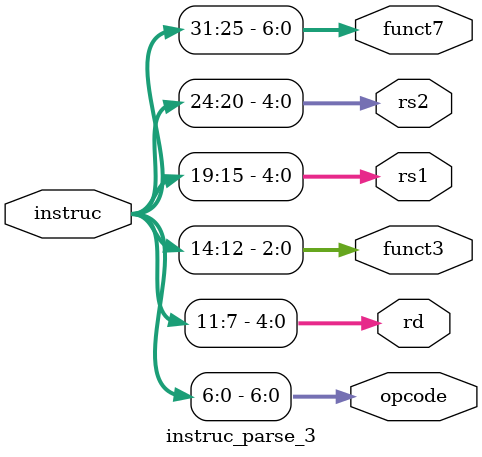
<source format=v>
module instruc_parse_3
(
    input [31:0] instruc,
    output [6:0] opcode,
    output [4:0] rd,
    output [2:0] funct3,
    output [4:0] rs1,
    output [4:0] rs2,
    output [6:0] funct7

);

assign opcode = instruc[6:0];
assign rd = instruc[11:7];
assign funct3 = instruc[14:12];
assign rs1 = instruc[19:15];
assign rs2 = instruc[24:20];
assign funct7 = instruc[31:25];


endmodule // instruc_parse 
</source>
